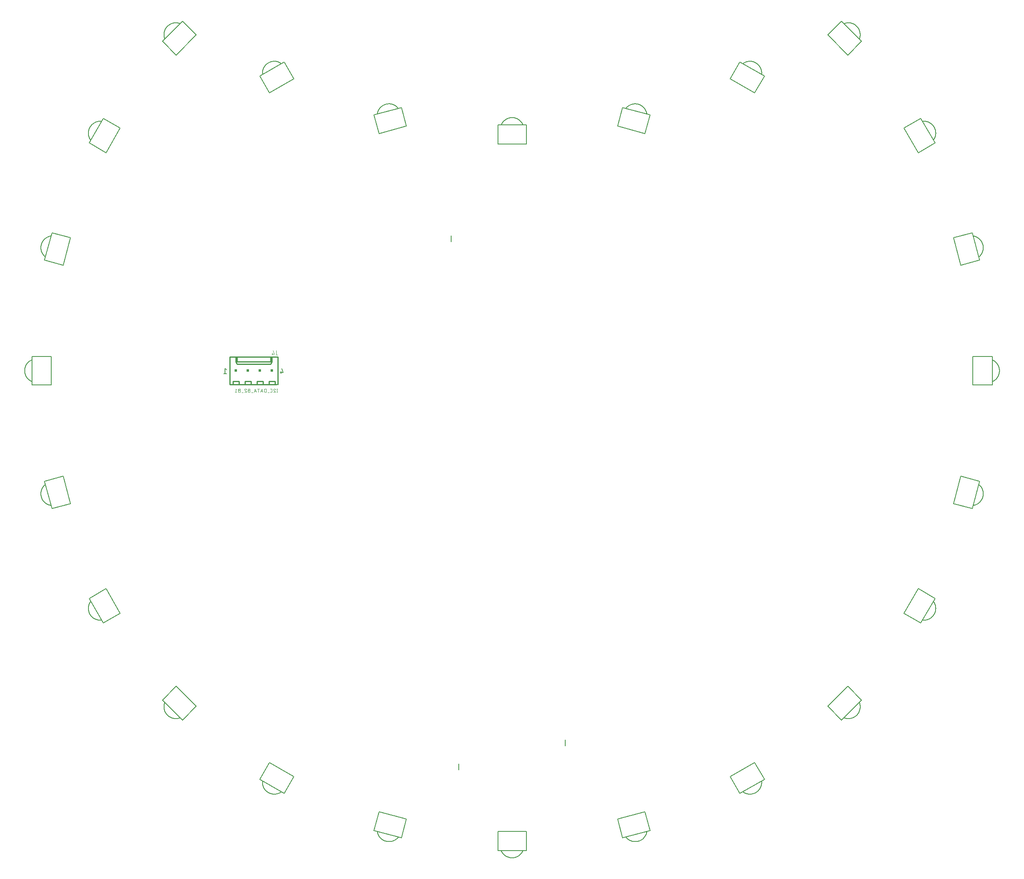
<source format=gbr>
G04 EAGLE Gerber RS-274X export*
G75*
%MOMM*%
%FSLAX34Y34*%
%LPD*%
%INSilkscreen Bottom*%
%IPPOS*%
%AMOC8*
5,1,8,0,0,1.08239X$1,22.5*%
G01*
%ADD10C,0.127000*%
%ADD11C,0.254000*%
%ADD12C,0.177800*%
%ADD13R,0.508000X0.508000*%
%ADD14C,0.101600*%
%ADD15C,0.076200*%
%ADD16C,0.203200*%


D10*
X-508000Y25400D02*
X-508000Y29210D01*
D11*
X-495300Y29210D02*
X-495300Y0D01*
X-495300Y29210D02*
X-508000Y29210D01*
D10*
X-510540Y29210D01*
D11*
X-508000Y29210D02*
X-520700Y29210D01*
X-596900Y29210D02*
X-596900Y0D01*
X-596900Y29210D02*
X-520700Y29210D01*
X-495300Y0D02*
X-495300Y-29210D01*
D10*
X-519430Y-29210D01*
D11*
X-596900Y-29210D02*
X-596900Y0D01*
X-596900Y-29210D02*
X-519430Y-29210D01*
X-501650Y-29210D02*
X-497840Y-29210D01*
X-501650Y-29210D02*
X-501650Y-22860D01*
X-514350Y-22860D01*
X-514350Y-29210D01*
X-527050Y-29210D02*
X-527050Y-22860D01*
X-539750Y-22860D01*
X-539750Y-29210D01*
X-501650Y-29210D01*
X-514350Y-29210D02*
X-527050Y-29210D01*
X-539750Y-29210D02*
X-552450Y-29210D01*
X-552450Y-22860D01*
X-565150Y-22860D01*
X-565150Y-29210D01*
X-577850Y-29210D01*
X-577850Y-22860D01*
X-590550Y-22860D01*
X-590550Y-29210D01*
X-596900Y-29210D01*
X-508000Y19050D02*
X-508000Y29210D01*
X-508000Y19050D02*
X-510540Y19050D01*
X-581660Y19050D01*
X-584200Y19050D01*
X-584200Y29210D01*
X-510540Y13970D02*
X-508000Y19050D01*
X-510540Y19050D02*
X-510540Y29210D01*
X-510540Y13970D02*
X-581660Y13970D01*
X-584200Y19050D01*
X-581660Y19050D02*
X-581660Y29210D01*
D12*
X-603870Y2003D02*
X-606904Y4430D01*
X-606904Y-6492D01*
X-603870Y-6492D02*
X-609938Y-6492D01*
X-486917Y4938D02*
X-484490Y-3557D01*
X-490558Y-3557D01*
X-488737Y-1130D02*
X-488737Y-5984D01*
D13*
X-508000Y0D03*
X-533400Y0D03*
X-558800Y0D03*
X-584200Y0D03*
D14*
X-499125Y35291D02*
X-499125Y42403D01*
X-499125Y35291D02*
X-499123Y35202D01*
X-499117Y35114D01*
X-499108Y35026D01*
X-499094Y34938D01*
X-499077Y34851D01*
X-499056Y34765D01*
X-499031Y34680D01*
X-499002Y34596D01*
X-498970Y34513D01*
X-498935Y34432D01*
X-498895Y34353D01*
X-498853Y34275D01*
X-498807Y34199D01*
X-498758Y34125D01*
X-498705Y34054D01*
X-498650Y33985D01*
X-498591Y33918D01*
X-498530Y33854D01*
X-498466Y33793D01*
X-498399Y33734D01*
X-498330Y33679D01*
X-498259Y33626D01*
X-498185Y33577D01*
X-498109Y33531D01*
X-498031Y33489D01*
X-497952Y33449D01*
X-497871Y33414D01*
X-497788Y33382D01*
X-497704Y33353D01*
X-497619Y33328D01*
X-497533Y33307D01*
X-497446Y33290D01*
X-497358Y33276D01*
X-497270Y33267D01*
X-497182Y33261D01*
X-497093Y33259D01*
X-496077Y33259D01*
X-503452Y35291D02*
X-505484Y42403D01*
X-503452Y35291D02*
X-508532Y35291D01*
X-507008Y37323D02*
X-507008Y33259D01*
D15*
X-496768Y-38242D02*
X-496768Y-45608D01*
X-495950Y-45608D02*
X-497587Y-45608D01*
X-497587Y-38242D02*
X-495950Y-38242D01*
X-502825Y-38242D02*
X-502910Y-38244D01*
X-502995Y-38250D01*
X-503079Y-38260D01*
X-503163Y-38273D01*
X-503247Y-38291D01*
X-503329Y-38312D01*
X-503410Y-38337D01*
X-503490Y-38366D01*
X-503569Y-38399D01*
X-503646Y-38435D01*
X-503721Y-38475D01*
X-503795Y-38518D01*
X-503866Y-38564D01*
X-503935Y-38614D01*
X-504002Y-38667D01*
X-504066Y-38723D01*
X-504127Y-38782D01*
X-504186Y-38843D01*
X-504242Y-38907D01*
X-504295Y-38974D01*
X-504345Y-39043D01*
X-504391Y-39114D01*
X-504434Y-39188D01*
X-504474Y-39263D01*
X-504510Y-39340D01*
X-504543Y-39419D01*
X-504572Y-39499D01*
X-504597Y-39580D01*
X-504618Y-39662D01*
X-504636Y-39746D01*
X-504649Y-39830D01*
X-504659Y-39914D01*
X-504665Y-39999D01*
X-504667Y-40084D01*
X-502825Y-38242D02*
X-502729Y-38244D01*
X-502633Y-38250D01*
X-502538Y-38260D01*
X-502443Y-38273D01*
X-502348Y-38291D01*
X-502255Y-38312D01*
X-502162Y-38337D01*
X-502071Y-38366D01*
X-501980Y-38398D01*
X-501891Y-38434D01*
X-501804Y-38474D01*
X-501718Y-38517D01*
X-501634Y-38563D01*
X-501552Y-38613D01*
X-501472Y-38667D01*
X-501395Y-38723D01*
X-501320Y-38783D01*
X-501247Y-38845D01*
X-501177Y-38911D01*
X-501109Y-38979D01*
X-501044Y-39050D01*
X-500983Y-39123D01*
X-500924Y-39199D01*
X-500868Y-39278D01*
X-500816Y-39358D01*
X-500767Y-39441D01*
X-500721Y-39525D01*
X-500679Y-39611D01*
X-500641Y-39699D01*
X-500606Y-39788D01*
X-500574Y-39879D01*
X-504053Y-41516D02*
X-504113Y-41457D01*
X-504170Y-41395D01*
X-504225Y-41331D01*
X-504276Y-41264D01*
X-504325Y-41195D01*
X-504371Y-41125D01*
X-504414Y-41052D01*
X-504454Y-40978D01*
X-504490Y-40902D01*
X-504523Y-40824D01*
X-504553Y-40745D01*
X-504580Y-40665D01*
X-504603Y-40584D01*
X-504622Y-40502D01*
X-504638Y-40420D01*
X-504651Y-40336D01*
X-504660Y-40252D01*
X-504665Y-40168D01*
X-504667Y-40084D01*
X-504053Y-41516D02*
X-500575Y-45608D01*
X-504667Y-45608D01*
X-509504Y-45608D02*
X-511140Y-45608D01*
X-509504Y-45608D02*
X-509426Y-45606D01*
X-509348Y-45601D01*
X-509271Y-45591D01*
X-509194Y-45578D01*
X-509118Y-45562D01*
X-509043Y-45542D01*
X-508969Y-45518D01*
X-508896Y-45491D01*
X-508824Y-45460D01*
X-508754Y-45426D01*
X-508686Y-45389D01*
X-508619Y-45348D01*
X-508554Y-45304D01*
X-508492Y-45258D01*
X-508432Y-45208D01*
X-508374Y-45156D01*
X-508319Y-45101D01*
X-508267Y-45043D01*
X-508217Y-44983D01*
X-508171Y-44921D01*
X-508127Y-44856D01*
X-508086Y-44789D01*
X-508049Y-44721D01*
X-508015Y-44651D01*
X-507984Y-44579D01*
X-507957Y-44506D01*
X-507933Y-44432D01*
X-507913Y-44357D01*
X-507897Y-44281D01*
X-507884Y-44204D01*
X-507874Y-44127D01*
X-507869Y-44049D01*
X-507867Y-43971D01*
X-507867Y-39879D01*
X-507869Y-39799D01*
X-507875Y-39719D01*
X-507885Y-39639D01*
X-507898Y-39560D01*
X-507916Y-39481D01*
X-507937Y-39404D01*
X-507963Y-39328D01*
X-507992Y-39253D01*
X-508024Y-39179D01*
X-508060Y-39107D01*
X-508100Y-39037D01*
X-508143Y-38970D01*
X-508189Y-38904D01*
X-508239Y-38841D01*
X-508291Y-38780D01*
X-508346Y-38721D01*
X-508405Y-38666D01*
X-508465Y-38614D01*
X-508529Y-38564D01*
X-508594Y-38518D01*
X-508662Y-38475D01*
X-508732Y-38435D01*
X-508804Y-38399D01*
X-508878Y-38367D01*
X-508952Y-38338D01*
X-509029Y-38313D01*
X-509106Y-38291D01*
X-509185Y-38273D01*
X-509264Y-38260D01*
X-509343Y-38250D01*
X-509424Y-38244D01*
X-509504Y-38242D01*
X-511140Y-38242D01*
X-513663Y-46426D02*
X-516937Y-46426D01*
X-520082Y-45608D02*
X-520082Y-38242D01*
X-522128Y-38242D01*
X-522217Y-38244D01*
X-522306Y-38250D01*
X-522395Y-38260D01*
X-522483Y-38273D01*
X-522571Y-38290D01*
X-522658Y-38312D01*
X-522743Y-38337D01*
X-522828Y-38365D01*
X-522911Y-38398D01*
X-522993Y-38434D01*
X-523073Y-38473D01*
X-523151Y-38516D01*
X-523227Y-38562D01*
X-523302Y-38612D01*
X-523374Y-38665D01*
X-523443Y-38721D01*
X-523510Y-38780D01*
X-523575Y-38841D01*
X-523636Y-38906D01*
X-523695Y-38973D01*
X-523751Y-39042D01*
X-523804Y-39114D01*
X-523854Y-39189D01*
X-523900Y-39265D01*
X-523943Y-39343D01*
X-523982Y-39423D01*
X-524018Y-39505D01*
X-524051Y-39588D01*
X-524079Y-39673D01*
X-524104Y-39758D01*
X-524126Y-39845D01*
X-524143Y-39933D01*
X-524156Y-40021D01*
X-524166Y-40110D01*
X-524172Y-40199D01*
X-524174Y-40288D01*
X-524174Y-43562D01*
X-524172Y-43651D01*
X-524166Y-43740D01*
X-524156Y-43829D01*
X-524143Y-43917D01*
X-524126Y-44005D01*
X-524104Y-44092D01*
X-524079Y-44177D01*
X-524051Y-44262D01*
X-524018Y-44345D01*
X-523982Y-44427D01*
X-523943Y-44507D01*
X-523900Y-44585D01*
X-523854Y-44661D01*
X-523804Y-44736D01*
X-523751Y-44808D01*
X-523695Y-44877D01*
X-523636Y-44944D01*
X-523575Y-45009D01*
X-523510Y-45070D01*
X-523443Y-45129D01*
X-523374Y-45185D01*
X-523302Y-45238D01*
X-523227Y-45288D01*
X-523151Y-45334D01*
X-523073Y-45377D01*
X-522993Y-45416D01*
X-522911Y-45452D01*
X-522828Y-45485D01*
X-522743Y-45513D01*
X-522658Y-45538D01*
X-522571Y-45560D01*
X-522483Y-45577D01*
X-522395Y-45590D01*
X-522306Y-45600D01*
X-522217Y-45606D01*
X-522128Y-45608D01*
X-520082Y-45608D01*
X-527231Y-45608D02*
X-529687Y-38242D01*
X-532142Y-45608D01*
X-531528Y-43767D02*
X-527845Y-43767D01*
X-536514Y-45608D02*
X-536514Y-38242D01*
X-534468Y-38242D02*
X-538560Y-38242D01*
X-543342Y-38242D02*
X-540886Y-45608D01*
X-545797Y-45608D02*
X-543342Y-38242D01*
X-545183Y-43767D02*
X-541500Y-43767D01*
X-548289Y-46426D02*
X-551562Y-46426D01*
X-554824Y-41516D02*
X-556871Y-41516D01*
X-556960Y-41518D01*
X-557049Y-41524D01*
X-557138Y-41534D01*
X-557226Y-41547D01*
X-557314Y-41564D01*
X-557401Y-41586D01*
X-557486Y-41611D01*
X-557571Y-41639D01*
X-557654Y-41672D01*
X-557736Y-41708D01*
X-557816Y-41747D01*
X-557894Y-41790D01*
X-557970Y-41836D01*
X-558045Y-41886D01*
X-558117Y-41939D01*
X-558186Y-41995D01*
X-558253Y-42054D01*
X-558318Y-42115D01*
X-558379Y-42180D01*
X-558438Y-42247D01*
X-558494Y-42316D01*
X-558547Y-42388D01*
X-558597Y-42463D01*
X-558643Y-42539D01*
X-558686Y-42617D01*
X-558725Y-42697D01*
X-558761Y-42779D01*
X-558794Y-42862D01*
X-558822Y-42947D01*
X-558847Y-43032D01*
X-558869Y-43119D01*
X-558886Y-43207D01*
X-558899Y-43295D01*
X-558909Y-43384D01*
X-558915Y-43473D01*
X-558917Y-43562D01*
X-558915Y-43651D01*
X-558909Y-43740D01*
X-558899Y-43829D01*
X-558886Y-43917D01*
X-558869Y-44005D01*
X-558847Y-44092D01*
X-558822Y-44177D01*
X-558794Y-44262D01*
X-558761Y-44345D01*
X-558725Y-44427D01*
X-558686Y-44507D01*
X-558643Y-44585D01*
X-558597Y-44661D01*
X-558547Y-44736D01*
X-558494Y-44808D01*
X-558438Y-44877D01*
X-558379Y-44944D01*
X-558318Y-45009D01*
X-558253Y-45070D01*
X-558186Y-45129D01*
X-558117Y-45185D01*
X-558045Y-45238D01*
X-557970Y-45288D01*
X-557894Y-45334D01*
X-557816Y-45377D01*
X-557736Y-45416D01*
X-557654Y-45452D01*
X-557571Y-45485D01*
X-557486Y-45513D01*
X-557401Y-45538D01*
X-557314Y-45560D01*
X-557226Y-45577D01*
X-557138Y-45590D01*
X-557049Y-45600D01*
X-556960Y-45606D01*
X-556871Y-45608D01*
X-554824Y-45608D01*
X-554824Y-38242D01*
X-556871Y-38242D01*
X-556950Y-38244D01*
X-557029Y-38250D01*
X-557108Y-38259D01*
X-557186Y-38272D01*
X-557263Y-38290D01*
X-557339Y-38310D01*
X-557414Y-38335D01*
X-557488Y-38363D01*
X-557561Y-38394D01*
X-557632Y-38430D01*
X-557701Y-38468D01*
X-557768Y-38510D01*
X-557833Y-38555D01*
X-557896Y-38603D01*
X-557957Y-38654D01*
X-558014Y-38708D01*
X-558070Y-38764D01*
X-558122Y-38823D01*
X-558172Y-38885D01*
X-558218Y-38949D01*
X-558262Y-39015D01*
X-558302Y-39083D01*
X-558338Y-39153D01*
X-558372Y-39225D01*
X-558402Y-39299D01*
X-558428Y-39373D01*
X-558451Y-39449D01*
X-558469Y-39526D01*
X-558485Y-39603D01*
X-558496Y-39682D01*
X-558504Y-39760D01*
X-558508Y-39839D01*
X-558508Y-39919D01*
X-558504Y-39998D01*
X-558496Y-40076D01*
X-558485Y-40155D01*
X-558469Y-40232D01*
X-558451Y-40309D01*
X-558428Y-40385D01*
X-558402Y-40459D01*
X-558372Y-40533D01*
X-558338Y-40605D01*
X-558302Y-40675D01*
X-558262Y-40743D01*
X-558218Y-40809D01*
X-558172Y-40873D01*
X-558122Y-40935D01*
X-558070Y-40994D01*
X-558014Y-41050D01*
X-557957Y-41104D01*
X-557896Y-41155D01*
X-557833Y-41203D01*
X-557768Y-41248D01*
X-557701Y-41290D01*
X-557632Y-41328D01*
X-557561Y-41364D01*
X-557488Y-41395D01*
X-557414Y-41423D01*
X-557339Y-41448D01*
X-557263Y-41468D01*
X-557186Y-41486D01*
X-557108Y-41499D01*
X-557029Y-41508D01*
X-556950Y-41514D01*
X-556871Y-41516D01*
X-564029Y-38242D02*
X-564114Y-38244D01*
X-564199Y-38250D01*
X-564283Y-38260D01*
X-564367Y-38273D01*
X-564451Y-38291D01*
X-564533Y-38312D01*
X-564614Y-38337D01*
X-564694Y-38366D01*
X-564773Y-38399D01*
X-564850Y-38435D01*
X-564925Y-38475D01*
X-564999Y-38518D01*
X-565070Y-38564D01*
X-565139Y-38614D01*
X-565206Y-38667D01*
X-565270Y-38723D01*
X-565331Y-38782D01*
X-565390Y-38843D01*
X-565446Y-38907D01*
X-565499Y-38974D01*
X-565549Y-39043D01*
X-565595Y-39114D01*
X-565638Y-39188D01*
X-565678Y-39263D01*
X-565714Y-39340D01*
X-565747Y-39419D01*
X-565776Y-39499D01*
X-565801Y-39580D01*
X-565822Y-39662D01*
X-565840Y-39746D01*
X-565853Y-39830D01*
X-565863Y-39914D01*
X-565869Y-39999D01*
X-565871Y-40084D01*
X-564029Y-38242D02*
X-563933Y-38244D01*
X-563837Y-38250D01*
X-563742Y-38260D01*
X-563647Y-38273D01*
X-563552Y-38291D01*
X-563459Y-38312D01*
X-563366Y-38337D01*
X-563275Y-38366D01*
X-563184Y-38398D01*
X-563095Y-38434D01*
X-563008Y-38474D01*
X-562922Y-38517D01*
X-562838Y-38563D01*
X-562756Y-38613D01*
X-562676Y-38667D01*
X-562599Y-38723D01*
X-562524Y-38783D01*
X-562451Y-38845D01*
X-562381Y-38911D01*
X-562313Y-38979D01*
X-562248Y-39050D01*
X-562187Y-39123D01*
X-562128Y-39199D01*
X-562072Y-39278D01*
X-562020Y-39358D01*
X-561971Y-39441D01*
X-561925Y-39525D01*
X-561883Y-39611D01*
X-561845Y-39699D01*
X-561810Y-39788D01*
X-561778Y-39879D01*
X-565256Y-41516D02*
X-565316Y-41457D01*
X-565373Y-41395D01*
X-565428Y-41331D01*
X-565479Y-41264D01*
X-565528Y-41195D01*
X-565574Y-41125D01*
X-565617Y-41052D01*
X-565657Y-40978D01*
X-565693Y-40902D01*
X-565726Y-40824D01*
X-565756Y-40745D01*
X-565783Y-40665D01*
X-565806Y-40584D01*
X-565825Y-40502D01*
X-565841Y-40420D01*
X-565854Y-40336D01*
X-565863Y-40252D01*
X-565868Y-40168D01*
X-565870Y-40084D01*
X-565257Y-41516D02*
X-561778Y-45608D01*
X-565870Y-45608D01*
X-568771Y-46426D02*
X-572045Y-46426D01*
X-575307Y-41516D02*
X-577353Y-41516D01*
X-577442Y-41518D01*
X-577531Y-41524D01*
X-577620Y-41534D01*
X-577708Y-41547D01*
X-577796Y-41564D01*
X-577883Y-41586D01*
X-577968Y-41611D01*
X-578053Y-41639D01*
X-578136Y-41672D01*
X-578218Y-41708D01*
X-578298Y-41747D01*
X-578376Y-41790D01*
X-578452Y-41836D01*
X-578527Y-41886D01*
X-578599Y-41939D01*
X-578668Y-41995D01*
X-578735Y-42054D01*
X-578800Y-42115D01*
X-578861Y-42180D01*
X-578920Y-42247D01*
X-578976Y-42316D01*
X-579029Y-42388D01*
X-579079Y-42463D01*
X-579125Y-42539D01*
X-579168Y-42617D01*
X-579207Y-42697D01*
X-579243Y-42779D01*
X-579276Y-42862D01*
X-579304Y-42947D01*
X-579329Y-43032D01*
X-579351Y-43119D01*
X-579368Y-43207D01*
X-579381Y-43295D01*
X-579391Y-43384D01*
X-579397Y-43473D01*
X-579399Y-43562D01*
X-579397Y-43651D01*
X-579391Y-43740D01*
X-579381Y-43829D01*
X-579368Y-43917D01*
X-579351Y-44005D01*
X-579329Y-44092D01*
X-579304Y-44177D01*
X-579276Y-44262D01*
X-579243Y-44345D01*
X-579207Y-44427D01*
X-579168Y-44507D01*
X-579125Y-44585D01*
X-579079Y-44661D01*
X-579029Y-44736D01*
X-578976Y-44808D01*
X-578920Y-44877D01*
X-578861Y-44944D01*
X-578800Y-45009D01*
X-578735Y-45070D01*
X-578668Y-45129D01*
X-578599Y-45185D01*
X-578527Y-45238D01*
X-578452Y-45288D01*
X-578376Y-45334D01*
X-578298Y-45377D01*
X-578218Y-45416D01*
X-578136Y-45452D01*
X-578053Y-45485D01*
X-577968Y-45513D01*
X-577883Y-45538D01*
X-577796Y-45560D01*
X-577708Y-45577D01*
X-577620Y-45590D01*
X-577531Y-45600D01*
X-577442Y-45606D01*
X-577353Y-45608D01*
X-575307Y-45608D01*
X-575307Y-38242D01*
X-577353Y-38242D01*
X-577432Y-38244D01*
X-577511Y-38250D01*
X-577590Y-38259D01*
X-577668Y-38272D01*
X-577745Y-38290D01*
X-577821Y-38310D01*
X-577896Y-38335D01*
X-577970Y-38363D01*
X-578043Y-38394D01*
X-578114Y-38430D01*
X-578183Y-38468D01*
X-578250Y-38510D01*
X-578315Y-38555D01*
X-578378Y-38603D01*
X-578439Y-38654D01*
X-578496Y-38708D01*
X-578552Y-38764D01*
X-578604Y-38823D01*
X-578654Y-38885D01*
X-578700Y-38949D01*
X-578744Y-39015D01*
X-578784Y-39083D01*
X-578820Y-39153D01*
X-578854Y-39225D01*
X-578884Y-39299D01*
X-578910Y-39373D01*
X-578933Y-39449D01*
X-578951Y-39526D01*
X-578967Y-39603D01*
X-578978Y-39682D01*
X-578986Y-39760D01*
X-578990Y-39839D01*
X-578990Y-39919D01*
X-578986Y-39998D01*
X-578978Y-40076D01*
X-578967Y-40155D01*
X-578951Y-40232D01*
X-578933Y-40309D01*
X-578910Y-40385D01*
X-578884Y-40459D01*
X-578854Y-40533D01*
X-578820Y-40605D01*
X-578784Y-40675D01*
X-578744Y-40743D01*
X-578700Y-40809D01*
X-578654Y-40873D01*
X-578604Y-40935D01*
X-578552Y-40994D01*
X-578496Y-41050D01*
X-578439Y-41104D01*
X-578378Y-41155D01*
X-578315Y-41203D01*
X-578250Y-41248D01*
X-578183Y-41290D01*
X-578114Y-41328D01*
X-578043Y-41364D01*
X-577970Y-41395D01*
X-577896Y-41423D01*
X-577821Y-41448D01*
X-577745Y-41468D01*
X-577668Y-41486D01*
X-577590Y-41499D01*
X-577511Y-41508D01*
X-577432Y-41514D01*
X-577353Y-41516D01*
X-582261Y-39879D02*
X-584307Y-38242D01*
X-584307Y-45608D01*
X-582261Y-45608D02*
X-586353Y-45608D01*
D10*
X-30000Y-974600D02*
X30000Y-974600D01*
X-30000Y-974600D02*
X-30000Y-1015600D01*
X30000Y-1015600D01*
X30000Y-974600D01*
X23000Y-1015600D02*
X22755Y-1016157D01*
X22497Y-1016708D01*
X22225Y-1017253D01*
X21941Y-1017791D01*
X21643Y-1018322D01*
X21332Y-1018846D01*
X21009Y-1019361D01*
X20674Y-1019869D01*
X20326Y-1020369D01*
X19966Y-1020859D01*
X19594Y-1021341D01*
X19210Y-1021814D01*
X18815Y-1022277D01*
X18409Y-1022731D01*
X17992Y-1023174D01*
X17565Y-1023607D01*
X17127Y-1024030D01*
X16678Y-1024442D01*
X16220Y-1024842D01*
X15752Y-1025232D01*
X15275Y-1025610D01*
X14789Y-1025976D01*
X14294Y-1026330D01*
X13791Y-1026672D01*
X13279Y-1027002D01*
X12760Y-1027319D01*
X12232Y-1027624D01*
X11698Y-1027915D01*
X11157Y-1028194D01*
X10609Y-1028459D01*
X10055Y-1028711D01*
X9495Y-1028949D01*
X8929Y-1029173D01*
X8358Y-1029384D01*
X7782Y-1029580D01*
X7201Y-1029763D01*
X6616Y-1029931D01*
X6027Y-1030085D01*
X5435Y-1030225D01*
X4839Y-1030350D01*
X4240Y-1030461D01*
X3639Y-1030557D01*
X3036Y-1030638D01*
X2431Y-1030704D01*
X1824Y-1030756D01*
X1217Y-1030793D01*
X609Y-1030816D01*
X0Y-1030823D01*
X-609Y-1030816D01*
X-1217Y-1030793D01*
X-1824Y-1030756D01*
X-2431Y-1030704D01*
X-3036Y-1030638D01*
X-3639Y-1030557D01*
X-4240Y-1030461D01*
X-4839Y-1030350D01*
X-5435Y-1030225D01*
X-6027Y-1030085D01*
X-6616Y-1029931D01*
X-7201Y-1029763D01*
X-7782Y-1029580D01*
X-8358Y-1029384D01*
X-8929Y-1029173D01*
X-9495Y-1028949D01*
X-10055Y-1028711D01*
X-10609Y-1028459D01*
X-11157Y-1028194D01*
X-11698Y-1027915D01*
X-12232Y-1027624D01*
X-12760Y-1027319D01*
X-13279Y-1027002D01*
X-13791Y-1026672D01*
X-14294Y-1026330D01*
X-14789Y-1025976D01*
X-15275Y-1025610D01*
X-15752Y-1025232D01*
X-16220Y-1024842D01*
X-16678Y-1024442D01*
X-17127Y-1024030D01*
X-17565Y-1023607D01*
X-17992Y-1023174D01*
X-18409Y-1022731D01*
X-18815Y-1022277D01*
X-19210Y-1021814D01*
X-19594Y-1021341D01*
X-19966Y-1020859D01*
X-20326Y-1020369D01*
X-20674Y-1019869D01*
X-21009Y-1019361D01*
X-21332Y-1018846D01*
X-21643Y-1018322D01*
X-21941Y-1017791D01*
X-22225Y-1017253D01*
X-22497Y-1016708D01*
X-22755Y-1016157D01*
X-23000Y-1015600D01*
X710360Y667933D02*
X667933Y710359D01*
X710360Y667933D02*
X739351Y696924D01*
X696924Y739351D01*
X667933Y710359D01*
X701874Y734401D02*
X702441Y734622D01*
X703014Y734829D01*
X703591Y735022D01*
X704172Y735201D01*
X704758Y735366D01*
X705348Y735517D01*
X705941Y735653D01*
X706538Y735775D01*
X707137Y735882D01*
X707739Y735974D01*
X708342Y736052D01*
X708948Y736115D01*
X709555Y736163D01*
X710162Y736197D01*
X710771Y736216D01*
X711379Y736220D01*
X711988Y736209D01*
X712596Y736183D01*
X713203Y736142D01*
X713810Y736087D01*
X714414Y736017D01*
X715017Y735932D01*
X715618Y735832D01*
X716215Y735718D01*
X716810Y735590D01*
X717402Y735447D01*
X717990Y735289D01*
X718574Y735118D01*
X719154Y734932D01*
X719728Y734732D01*
X720298Y734518D01*
X720863Y734290D01*
X721422Y734049D01*
X721974Y733794D01*
X722521Y733525D01*
X723060Y733244D01*
X723593Y732949D01*
X724118Y732642D01*
X724636Y732322D01*
X725146Y731989D01*
X725647Y731644D01*
X726140Y731287D01*
X726624Y730918D01*
X727099Y730537D01*
X727564Y730145D01*
X728020Y729741D01*
X728466Y729327D01*
X728902Y728902D01*
X729327Y728466D01*
X729741Y728020D01*
X730145Y727564D01*
X730537Y727099D01*
X730918Y726624D01*
X731287Y726140D01*
X731644Y725647D01*
X731989Y725146D01*
X732322Y724636D01*
X732642Y724118D01*
X732949Y723593D01*
X733244Y723060D01*
X733525Y722521D01*
X733794Y721974D01*
X734049Y721422D01*
X734290Y720863D01*
X734518Y720298D01*
X734732Y719728D01*
X734932Y719154D01*
X735118Y718574D01*
X735289Y717990D01*
X735447Y717402D01*
X735590Y716810D01*
X735718Y716215D01*
X735832Y715618D01*
X735932Y715017D01*
X736017Y714414D01*
X736087Y713810D01*
X736142Y713203D01*
X736183Y712596D01*
X736209Y711988D01*
X736220Y711379D01*
X736216Y710771D01*
X736197Y710162D01*
X736163Y709555D01*
X736115Y708948D01*
X736052Y708342D01*
X735974Y707739D01*
X735882Y707137D01*
X735775Y706538D01*
X735653Y705941D01*
X735517Y705348D01*
X735366Y704758D01*
X735201Y704172D01*
X735022Y703591D01*
X734829Y703014D01*
X734622Y702441D01*
X734401Y701874D01*
X513281Y587728D02*
X461319Y617728D01*
X513281Y587728D02*
X533781Y623235D01*
X481819Y653235D01*
X461319Y617728D01*
X487882Y649735D02*
X488373Y650095D01*
X488872Y650443D01*
X489379Y650779D01*
X489895Y651103D01*
X490418Y651414D01*
X490949Y651712D01*
X491487Y651997D01*
X492031Y652269D01*
X492582Y652528D01*
X493139Y652773D01*
X493702Y653004D01*
X494271Y653222D01*
X494845Y653425D01*
X495423Y653615D01*
X496006Y653791D01*
X496593Y653952D01*
X497183Y654099D01*
X497777Y654231D01*
X498375Y654349D01*
X498974Y654453D01*
X499577Y654541D01*
X500181Y654616D01*
X500787Y654675D01*
X501394Y654719D01*
X502002Y654749D01*
X502610Y654764D01*
X503219Y654764D01*
X503827Y654749D01*
X504435Y654720D01*
X505042Y654676D01*
X505648Y654617D01*
X506252Y654543D01*
X506855Y654454D01*
X507454Y654351D01*
X508052Y654233D01*
X508646Y654101D01*
X509237Y653954D01*
X509824Y653793D01*
X510406Y653618D01*
X510985Y653428D01*
X511559Y653225D01*
X512127Y653007D01*
X512690Y652776D01*
X513247Y652531D01*
X513799Y652273D01*
X514343Y652001D01*
X514881Y651716D01*
X515412Y651419D01*
X515935Y651108D01*
X516451Y650784D01*
X516959Y650448D01*
X517458Y650100D01*
X517949Y649740D01*
X518430Y649368D01*
X518903Y648984D01*
X519366Y648589D01*
X519819Y648183D01*
X520263Y647766D01*
X520696Y647338D01*
X521118Y646900D01*
X521530Y646452D01*
X521930Y645993D01*
X522320Y645525D01*
X522697Y645048D01*
X523063Y644562D01*
X523418Y644067D01*
X523759Y643563D01*
X524089Y643051D01*
X524406Y642532D01*
X524710Y642005D01*
X525002Y641470D01*
X525280Y640929D01*
X525545Y640381D01*
X525796Y639826D01*
X526034Y639266D01*
X526258Y638700D01*
X526469Y638129D01*
X526665Y637553D01*
X526847Y636972D01*
X527016Y636387D01*
X527169Y635798D01*
X527309Y635206D01*
X527434Y634610D01*
X527544Y634011D01*
X527640Y633410D01*
X527721Y632807D01*
X527787Y632202D01*
X527839Y631595D01*
X527876Y630988D01*
X527898Y630380D01*
X527905Y629771D01*
X527897Y629162D01*
X527875Y628554D01*
X527838Y627946D01*
X527786Y627340D01*
X527719Y626735D01*
X281223Y501827D02*
X223267Y517356D01*
X281223Y501827D02*
X291834Y541430D01*
X233879Y556959D01*
X223267Y517356D01*
X240641Y555147D02*
X241021Y555622D01*
X241413Y556088D01*
X241817Y556544D01*
X242231Y556990D01*
X242656Y557425D01*
X243091Y557851D01*
X243537Y558265D01*
X243993Y558669D01*
X244458Y559061D01*
X244933Y559442D01*
X245417Y559811D01*
X245909Y560169D01*
X246411Y560514D01*
X246920Y560847D01*
X247438Y561167D01*
X247963Y561475D01*
X248496Y561770D01*
X249035Y562051D01*
X249581Y562320D01*
X250134Y562575D01*
X250693Y562817D01*
X251257Y563045D01*
X251827Y563259D01*
X252402Y563459D01*
X252981Y563645D01*
X253565Y563817D01*
X254153Y563974D01*
X254745Y564118D01*
X255340Y564247D01*
X255938Y564361D01*
X256538Y564461D01*
X257141Y564546D01*
X257745Y564616D01*
X258352Y564672D01*
X258959Y564712D01*
X259567Y564738D01*
X260176Y564750D01*
X260784Y564746D01*
X261393Y564727D01*
X262000Y564694D01*
X262607Y564646D01*
X263213Y564583D01*
X263816Y564506D01*
X264418Y564413D01*
X265017Y564306D01*
X265614Y564185D01*
X266207Y564049D01*
X266797Y563899D01*
X267383Y563734D01*
X267965Y563555D01*
X268542Y563362D01*
X269114Y563155D01*
X269681Y562934D01*
X270243Y562699D01*
X270799Y562451D01*
X271348Y562189D01*
X271891Y561914D01*
X272428Y561626D01*
X272957Y561325D01*
X273478Y561011D01*
X273992Y560684D01*
X274497Y560345D01*
X274994Y559994D01*
X275483Y559631D01*
X275962Y559256D01*
X276432Y558869D01*
X276893Y558471D01*
X277344Y558062D01*
X277785Y557642D01*
X278215Y557212D01*
X278635Y556771D01*
X279043Y556320D01*
X279441Y555859D01*
X279828Y555389D01*
X280202Y554910D01*
X280565Y554421D01*
X280916Y553924D01*
X281255Y553418D01*
X281582Y552904D01*
X281895Y552383D01*
X282196Y551854D01*
X282484Y551317D01*
X282759Y550774D01*
X283021Y550225D01*
X283269Y549669D01*
X283503Y549107D01*
X283724Y548540D01*
X283931Y547967D01*
X284124Y547390D01*
X284302Y546808D01*
X284467Y546222D01*
X284617Y545632D01*
X284753Y545039D01*
X284874Y544442D01*
X284981Y543843D01*
X285073Y543241D01*
X30000Y479300D02*
X-30000Y479300D01*
X30000Y479300D02*
X30000Y520300D01*
X-30000Y520300D01*
X-30000Y479300D01*
X-23000Y520300D02*
X-22755Y520857D01*
X-22497Y521408D01*
X-22225Y521953D01*
X-21941Y522491D01*
X-21643Y523022D01*
X-21332Y523546D01*
X-21009Y524061D01*
X-20674Y524569D01*
X-20326Y525069D01*
X-19966Y525559D01*
X-19594Y526041D01*
X-19210Y526514D01*
X-18815Y526977D01*
X-18409Y527431D01*
X-17992Y527874D01*
X-17565Y528307D01*
X-17127Y528730D01*
X-16678Y529142D01*
X-16220Y529542D01*
X-15752Y529932D01*
X-15275Y530310D01*
X-14789Y530676D01*
X-14294Y531030D01*
X-13791Y531372D01*
X-13279Y531702D01*
X-12760Y532019D01*
X-12232Y532324D01*
X-11698Y532615D01*
X-11157Y532894D01*
X-10609Y533159D01*
X-10055Y533411D01*
X-9495Y533649D01*
X-8929Y533873D01*
X-8358Y534084D01*
X-7782Y534280D01*
X-7201Y534463D01*
X-6616Y534631D01*
X-6027Y534785D01*
X-5435Y534925D01*
X-4839Y535050D01*
X-4240Y535161D01*
X-3639Y535257D01*
X-3036Y535338D01*
X-2431Y535404D01*
X-1824Y535456D01*
X-1217Y535493D01*
X-609Y535516D01*
X0Y535523D01*
X609Y535516D01*
X1217Y535493D01*
X1824Y535456D01*
X2431Y535404D01*
X3036Y535338D01*
X3639Y535257D01*
X4240Y535161D01*
X4839Y535050D01*
X5435Y534925D01*
X6027Y534785D01*
X6616Y534631D01*
X7201Y534463D01*
X7782Y534280D01*
X8358Y534084D01*
X8929Y533873D01*
X9495Y533649D01*
X10055Y533411D01*
X10609Y533159D01*
X11157Y532894D01*
X11698Y532615D01*
X12232Y532324D01*
X12760Y532019D01*
X13279Y531702D01*
X13791Y531372D01*
X14294Y531030D01*
X14789Y530676D01*
X15275Y530310D01*
X15752Y529932D01*
X16220Y529542D01*
X16678Y529142D01*
X17127Y528730D01*
X17565Y528307D01*
X17992Y527874D01*
X18409Y527431D01*
X18815Y526977D01*
X19210Y526514D01*
X19594Y526041D01*
X19966Y525559D01*
X20326Y525069D01*
X20674Y524569D01*
X21009Y524061D01*
X21332Y523546D01*
X21643Y523022D01*
X21941Y522491D01*
X22225Y521953D01*
X22497Y521408D01*
X22755Y520857D01*
X23000Y520300D01*
X-223267Y517356D02*
X-281223Y501827D01*
X-223267Y517356D02*
X-233879Y556959D01*
X-291834Y541430D01*
X-281223Y501827D01*
X-285073Y543241D02*
X-284981Y543843D01*
X-284874Y544442D01*
X-284753Y545039D01*
X-284617Y545632D01*
X-284467Y546222D01*
X-284302Y546808D01*
X-284124Y547390D01*
X-283931Y547967D01*
X-283724Y548540D01*
X-283503Y549107D01*
X-283269Y549669D01*
X-283021Y550225D01*
X-282759Y550774D01*
X-282484Y551317D01*
X-282196Y551854D01*
X-281895Y552383D01*
X-281582Y552904D01*
X-281255Y553418D01*
X-280916Y553924D01*
X-280565Y554421D01*
X-280202Y554910D01*
X-279828Y555389D01*
X-279441Y555859D01*
X-279043Y556320D01*
X-278635Y556771D01*
X-278215Y557212D01*
X-277785Y557642D01*
X-277344Y558062D01*
X-276893Y558471D01*
X-276432Y558869D01*
X-275962Y559256D01*
X-275483Y559631D01*
X-274994Y559994D01*
X-274497Y560345D01*
X-273992Y560684D01*
X-273478Y561011D01*
X-272957Y561325D01*
X-272428Y561626D01*
X-271891Y561914D01*
X-271348Y562189D01*
X-270799Y562451D01*
X-270243Y562699D01*
X-269681Y562934D01*
X-269114Y563155D01*
X-268542Y563362D01*
X-267965Y563555D01*
X-267383Y563734D01*
X-266797Y563899D01*
X-266207Y564049D01*
X-265614Y564185D01*
X-265017Y564306D01*
X-264418Y564413D01*
X-263816Y564506D01*
X-263213Y564583D01*
X-262607Y564646D01*
X-262000Y564694D01*
X-261393Y564727D01*
X-260784Y564746D01*
X-260176Y564750D01*
X-259567Y564738D01*
X-258959Y564712D01*
X-258352Y564672D01*
X-257745Y564616D01*
X-257141Y564546D01*
X-256538Y564461D01*
X-255938Y564361D01*
X-255340Y564247D01*
X-254745Y564118D01*
X-254153Y563974D01*
X-253565Y563817D01*
X-252981Y563645D01*
X-252402Y563459D01*
X-251827Y563259D01*
X-251257Y563045D01*
X-250693Y562817D01*
X-250134Y562575D01*
X-249581Y562320D01*
X-249035Y562051D01*
X-248496Y561770D01*
X-247963Y561475D01*
X-247438Y561167D01*
X-246920Y560847D01*
X-246411Y560514D01*
X-245909Y560169D01*
X-245417Y559811D01*
X-244933Y559442D01*
X-244458Y559061D01*
X-243993Y558669D01*
X-243537Y558265D01*
X-243091Y557851D01*
X-242656Y557425D01*
X-242231Y556990D01*
X-241817Y556544D01*
X-241413Y556088D01*
X-241021Y555622D01*
X-240641Y555147D01*
X-461319Y617728D02*
X-513281Y587728D01*
X-461319Y617728D02*
X-481819Y653235D01*
X-533781Y623235D01*
X-513281Y587728D01*
X-527719Y626735D02*
X-527786Y627340D01*
X-527838Y627946D01*
X-527875Y628554D01*
X-527897Y629162D01*
X-527905Y629771D01*
X-527898Y630380D01*
X-527876Y630988D01*
X-527839Y631595D01*
X-527787Y632202D01*
X-527721Y632807D01*
X-527640Y633410D01*
X-527544Y634011D01*
X-527434Y634610D01*
X-527309Y635206D01*
X-527169Y635798D01*
X-527016Y636387D01*
X-526847Y636972D01*
X-526665Y637553D01*
X-526469Y638129D01*
X-526258Y638700D01*
X-526034Y639266D01*
X-525796Y639826D01*
X-525545Y640381D01*
X-525280Y640929D01*
X-525002Y641470D01*
X-524710Y642005D01*
X-524406Y642532D01*
X-524089Y643051D01*
X-523759Y643563D01*
X-523418Y644067D01*
X-523063Y644562D01*
X-522697Y645048D01*
X-522320Y645525D01*
X-521930Y645993D01*
X-521530Y646452D01*
X-521118Y646900D01*
X-520696Y647338D01*
X-520263Y647766D01*
X-519819Y648183D01*
X-519366Y648589D01*
X-518903Y648984D01*
X-518430Y649368D01*
X-517949Y649740D01*
X-517458Y650100D01*
X-516959Y650448D01*
X-516451Y650784D01*
X-515935Y651108D01*
X-515412Y651419D01*
X-514881Y651716D01*
X-514343Y652001D01*
X-513799Y652273D01*
X-513247Y652531D01*
X-512690Y652776D01*
X-512127Y653007D01*
X-511559Y653225D01*
X-510985Y653428D01*
X-510406Y653618D01*
X-509824Y653793D01*
X-509237Y653954D01*
X-508646Y654101D01*
X-508052Y654233D01*
X-507454Y654351D01*
X-506855Y654454D01*
X-506252Y654543D01*
X-505648Y654617D01*
X-505042Y654676D01*
X-504435Y654720D01*
X-503827Y654749D01*
X-503219Y654764D01*
X-502610Y654764D01*
X-502002Y654749D01*
X-501394Y654719D01*
X-500787Y654675D01*
X-500181Y654616D01*
X-499577Y654541D01*
X-498974Y654453D01*
X-498375Y654349D01*
X-497777Y654231D01*
X-497183Y654099D01*
X-496593Y653952D01*
X-496006Y653791D01*
X-495423Y653615D01*
X-494845Y653425D01*
X-494271Y653222D01*
X-493702Y653004D01*
X-493139Y652773D01*
X-492582Y652528D01*
X-492031Y652269D01*
X-491487Y651997D01*
X-490949Y651712D01*
X-490418Y651414D01*
X-489895Y651103D01*
X-489379Y650779D01*
X-488872Y650443D01*
X-488373Y650095D01*
X-487882Y649735D01*
X-667933Y710359D02*
X-710360Y667933D01*
X-667933Y710359D02*
X-696924Y739351D01*
X-739351Y696924D01*
X-710360Y667933D01*
X-734401Y701874D02*
X-734622Y702441D01*
X-734829Y703014D01*
X-735022Y703591D01*
X-735201Y704172D01*
X-735366Y704758D01*
X-735517Y705348D01*
X-735653Y705941D01*
X-735775Y706538D01*
X-735882Y707137D01*
X-735974Y707739D01*
X-736052Y708342D01*
X-736115Y708948D01*
X-736163Y709555D01*
X-736197Y710162D01*
X-736216Y710771D01*
X-736220Y711379D01*
X-736209Y711988D01*
X-736183Y712596D01*
X-736142Y713203D01*
X-736087Y713810D01*
X-736017Y714414D01*
X-735932Y715017D01*
X-735832Y715618D01*
X-735718Y716215D01*
X-735590Y716810D01*
X-735447Y717402D01*
X-735289Y717990D01*
X-735118Y718574D01*
X-734932Y719154D01*
X-734732Y719728D01*
X-734518Y720298D01*
X-734290Y720863D01*
X-734049Y721422D01*
X-733794Y721974D01*
X-733525Y722521D01*
X-733244Y723060D01*
X-732949Y723593D01*
X-732642Y724118D01*
X-732322Y724636D01*
X-731989Y725146D01*
X-731644Y725647D01*
X-731287Y726140D01*
X-730918Y726624D01*
X-730537Y727099D01*
X-730145Y727564D01*
X-729741Y728020D01*
X-729327Y728466D01*
X-728902Y728902D01*
X-728466Y729327D01*
X-728020Y729741D01*
X-727564Y730145D01*
X-727099Y730537D01*
X-726624Y730918D01*
X-726140Y731287D01*
X-725647Y731644D01*
X-725146Y731989D01*
X-724636Y732322D01*
X-724118Y732642D01*
X-723593Y732949D01*
X-723060Y733244D01*
X-722521Y733525D01*
X-721974Y733794D01*
X-721422Y734049D01*
X-720863Y734290D01*
X-720298Y734518D01*
X-719728Y734732D01*
X-719154Y734932D01*
X-718574Y735118D01*
X-717990Y735289D01*
X-717402Y735447D01*
X-716810Y735590D01*
X-716215Y735718D01*
X-715618Y735832D01*
X-715017Y735932D01*
X-714414Y736017D01*
X-713810Y736087D01*
X-713203Y736142D01*
X-712596Y736183D01*
X-711988Y736209D01*
X-711379Y736220D01*
X-710771Y736216D01*
X-710162Y736197D01*
X-709555Y736163D01*
X-708948Y736115D01*
X-708342Y736052D01*
X-707739Y735974D01*
X-707137Y735882D01*
X-706538Y735775D01*
X-705941Y735653D01*
X-705348Y735517D01*
X-704758Y735366D01*
X-704172Y735201D01*
X-703591Y735022D01*
X-703014Y734829D01*
X-702441Y734622D01*
X-701874Y734401D01*
X-829028Y513281D02*
X-859028Y461319D01*
X-829028Y513281D02*
X-864535Y533781D01*
X-894535Y481819D01*
X-859028Y461319D01*
X-891035Y487882D02*
X-891395Y488373D01*
X-891743Y488872D01*
X-892079Y489379D01*
X-892403Y489895D01*
X-892714Y490418D01*
X-893012Y490949D01*
X-893297Y491487D01*
X-893569Y492031D01*
X-893828Y492582D01*
X-894073Y493139D01*
X-894304Y493702D01*
X-894522Y494271D01*
X-894725Y494845D01*
X-894915Y495423D01*
X-895091Y496006D01*
X-895252Y496593D01*
X-895399Y497183D01*
X-895531Y497777D01*
X-895649Y498375D01*
X-895753Y498974D01*
X-895841Y499577D01*
X-895916Y500181D01*
X-895975Y500787D01*
X-896019Y501394D01*
X-896049Y502002D01*
X-896064Y502610D01*
X-896064Y503219D01*
X-896049Y503827D01*
X-896020Y504435D01*
X-895976Y505042D01*
X-895917Y505648D01*
X-895843Y506252D01*
X-895754Y506855D01*
X-895651Y507454D01*
X-895533Y508052D01*
X-895401Y508646D01*
X-895254Y509237D01*
X-895093Y509824D01*
X-894918Y510406D01*
X-894728Y510985D01*
X-894525Y511559D01*
X-894307Y512127D01*
X-894076Y512690D01*
X-893831Y513247D01*
X-893573Y513799D01*
X-893301Y514343D01*
X-893016Y514881D01*
X-892719Y515412D01*
X-892408Y515935D01*
X-892084Y516451D01*
X-891748Y516959D01*
X-891400Y517458D01*
X-891040Y517949D01*
X-890668Y518430D01*
X-890284Y518903D01*
X-889889Y519366D01*
X-889483Y519819D01*
X-889066Y520263D01*
X-888638Y520696D01*
X-888200Y521118D01*
X-887752Y521530D01*
X-887293Y521930D01*
X-886825Y522320D01*
X-886348Y522697D01*
X-885862Y523063D01*
X-885367Y523418D01*
X-884863Y523759D01*
X-884351Y524089D01*
X-883832Y524406D01*
X-883305Y524710D01*
X-882770Y525002D01*
X-882229Y525280D01*
X-881681Y525545D01*
X-881126Y525796D01*
X-880566Y526034D01*
X-880000Y526258D01*
X-879429Y526469D01*
X-878853Y526665D01*
X-878272Y526847D01*
X-877687Y527016D01*
X-877098Y527169D01*
X-876506Y527309D01*
X-875910Y527434D01*
X-875311Y527544D01*
X-874710Y527640D01*
X-874107Y527721D01*
X-873502Y527787D01*
X-872895Y527839D01*
X-872288Y527876D01*
X-871680Y527898D01*
X-871071Y527905D01*
X-870462Y527897D01*
X-869854Y527875D01*
X-869246Y527838D01*
X-868640Y527786D01*
X-868035Y527719D01*
X-933627Y281223D02*
X-949156Y223267D01*
X-933627Y281223D02*
X-973230Y291834D01*
X-988759Y233879D01*
X-949156Y223267D01*
X-986947Y240641D02*
X-987422Y241021D01*
X-987888Y241413D01*
X-988344Y241817D01*
X-988790Y242231D01*
X-989225Y242656D01*
X-989651Y243091D01*
X-990065Y243537D01*
X-990469Y243993D01*
X-990861Y244458D01*
X-991242Y244933D01*
X-991611Y245417D01*
X-991969Y245909D01*
X-992314Y246411D01*
X-992647Y246920D01*
X-992967Y247438D01*
X-993275Y247963D01*
X-993570Y248496D01*
X-993851Y249035D01*
X-994120Y249581D01*
X-994375Y250134D01*
X-994617Y250693D01*
X-994845Y251257D01*
X-995059Y251827D01*
X-995259Y252402D01*
X-995445Y252981D01*
X-995617Y253565D01*
X-995774Y254153D01*
X-995918Y254745D01*
X-996047Y255340D01*
X-996161Y255938D01*
X-996261Y256538D01*
X-996346Y257141D01*
X-996416Y257745D01*
X-996472Y258352D01*
X-996512Y258959D01*
X-996538Y259567D01*
X-996550Y260176D01*
X-996546Y260784D01*
X-996527Y261393D01*
X-996494Y262000D01*
X-996446Y262607D01*
X-996383Y263213D01*
X-996306Y263816D01*
X-996213Y264418D01*
X-996106Y265017D01*
X-995985Y265614D01*
X-995849Y266207D01*
X-995699Y266797D01*
X-995534Y267383D01*
X-995355Y267965D01*
X-995162Y268542D01*
X-994955Y269114D01*
X-994734Y269681D01*
X-994499Y270243D01*
X-994251Y270799D01*
X-993989Y271348D01*
X-993714Y271891D01*
X-993426Y272428D01*
X-993125Y272957D01*
X-992811Y273478D01*
X-992484Y273992D01*
X-992145Y274497D01*
X-991794Y274994D01*
X-991431Y275483D01*
X-991056Y275962D01*
X-990669Y276432D01*
X-990271Y276893D01*
X-989862Y277344D01*
X-989442Y277785D01*
X-989012Y278215D01*
X-988571Y278635D01*
X-988120Y279043D01*
X-987659Y279441D01*
X-987189Y279828D01*
X-986710Y280202D01*
X-986221Y280565D01*
X-985724Y280916D01*
X-985218Y281255D01*
X-984704Y281582D01*
X-984183Y281895D01*
X-983654Y282196D01*
X-983117Y282484D01*
X-982574Y282759D01*
X-982025Y283021D01*
X-981469Y283269D01*
X-980907Y283503D01*
X-980340Y283724D01*
X-979767Y283931D01*
X-979190Y284124D01*
X-978608Y284302D01*
X-978022Y284467D01*
X-977432Y284617D01*
X-976839Y284753D01*
X-976242Y284874D01*
X-975643Y284981D01*
X-975041Y285073D01*
X-974600Y30000D02*
X-974600Y-30000D01*
X-974600Y30000D02*
X-1015600Y30000D01*
X-1015600Y-30000D01*
X-974600Y-30000D01*
X-1015600Y-23000D02*
X-1016157Y-22755D01*
X-1016708Y-22497D01*
X-1017253Y-22225D01*
X-1017791Y-21941D01*
X-1018322Y-21643D01*
X-1018846Y-21332D01*
X-1019361Y-21009D01*
X-1019869Y-20674D01*
X-1020369Y-20326D01*
X-1020859Y-19966D01*
X-1021341Y-19594D01*
X-1021814Y-19210D01*
X-1022277Y-18815D01*
X-1022731Y-18409D01*
X-1023174Y-17992D01*
X-1023607Y-17565D01*
X-1024030Y-17127D01*
X-1024442Y-16678D01*
X-1024842Y-16220D01*
X-1025232Y-15752D01*
X-1025610Y-15275D01*
X-1025976Y-14789D01*
X-1026330Y-14294D01*
X-1026672Y-13791D01*
X-1027002Y-13279D01*
X-1027319Y-12760D01*
X-1027624Y-12232D01*
X-1027915Y-11698D01*
X-1028194Y-11157D01*
X-1028459Y-10609D01*
X-1028711Y-10055D01*
X-1028949Y-9495D01*
X-1029173Y-8929D01*
X-1029384Y-8358D01*
X-1029580Y-7782D01*
X-1029763Y-7201D01*
X-1029931Y-6616D01*
X-1030085Y-6027D01*
X-1030225Y-5435D01*
X-1030350Y-4839D01*
X-1030461Y-4240D01*
X-1030557Y-3639D01*
X-1030638Y-3036D01*
X-1030704Y-2431D01*
X-1030756Y-1824D01*
X-1030793Y-1217D01*
X-1030816Y-609D01*
X-1030823Y0D01*
X-1030816Y609D01*
X-1030793Y1217D01*
X-1030756Y1824D01*
X-1030704Y2431D01*
X-1030638Y3036D01*
X-1030557Y3639D01*
X-1030461Y4240D01*
X-1030350Y4839D01*
X-1030225Y5435D01*
X-1030085Y6027D01*
X-1029931Y6616D01*
X-1029763Y7201D01*
X-1029580Y7782D01*
X-1029384Y8358D01*
X-1029173Y8929D01*
X-1028949Y9495D01*
X-1028711Y10055D01*
X-1028459Y10609D01*
X-1028194Y11157D01*
X-1027915Y11698D01*
X-1027624Y12232D01*
X-1027319Y12760D01*
X-1027002Y13279D01*
X-1026672Y13791D01*
X-1026330Y14294D01*
X-1025976Y14789D01*
X-1025610Y15275D01*
X-1025232Y15752D01*
X-1024842Y16220D01*
X-1024442Y16678D01*
X-1024030Y17127D01*
X-1023607Y17565D01*
X-1023174Y17992D01*
X-1022731Y18409D01*
X-1022277Y18815D01*
X-1021814Y19210D01*
X-1021341Y19594D01*
X-1020859Y19966D01*
X-1020369Y20326D01*
X-1019869Y20674D01*
X-1019361Y21009D01*
X-1018846Y21332D01*
X-1018322Y21643D01*
X-1017791Y21941D01*
X-1017253Y22225D01*
X-1016708Y22497D01*
X-1016157Y22755D01*
X-1015600Y23000D01*
X223267Y-949156D02*
X281223Y-933627D01*
X223267Y-949156D02*
X233879Y-988759D01*
X291834Y-973230D01*
X281223Y-933627D01*
X285073Y-975041D02*
X284981Y-975643D01*
X284874Y-976242D01*
X284753Y-976839D01*
X284617Y-977432D01*
X284467Y-978022D01*
X284302Y-978608D01*
X284124Y-979190D01*
X283931Y-979767D01*
X283724Y-980340D01*
X283503Y-980907D01*
X283269Y-981469D01*
X283021Y-982025D01*
X282759Y-982574D01*
X282484Y-983117D01*
X282196Y-983654D01*
X281895Y-984183D01*
X281582Y-984704D01*
X281255Y-985218D01*
X280916Y-985724D01*
X280565Y-986221D01*
X280202Y-986710D01*
X279828Y-987189D01*
X279441Y-987659D01*
X279043Y-988120D01*
X278635Y-988571D01*
X278215Y-989012D01*
X277785Y-989442D01*
X277344Y-989862D01*
X276893Y-990271D01*
X276432Y-990669D01*
X275962Y-991056D01*
X275483Y-991431D01*
X274994Y-991794D01*
X274497Y-992145D01*
X273992Y-992484D01*
X273478Y-992811D01*
X272957Y-993125D01*
X272428Y-993426D01*
X271891Y-993714D01*
X271348Y-993989D01*
X270799Y-994251D01*
X270243Y-994499D01*
X269681Y-994734D01*
X269114Y-994955D01*
X268542Y-995162D01*
X267965Y-995355D01*
X267383Y-995534D01*
X266797Y-995699D01*
X266207Y-995849D01*
X265614Y-995985D01*
X265017Y-996106D01*
X264418Y-996213D01*
X263816Y-996306D01*
X263213Y-996383D01*
X262607Y-996446D01*
X262000Y-996494D01*
X261393Y-996527D01*
X260784Y-996546D01*
X260176Y-996550D01*
X259567Y-996538D01*
X258959Y-996512D01*
X258352Y-996472D01*
X257745Y-996416D01*
X257141Y-996346D01*
X256538Y-996261D01*
X255938Y-996161D01*
X255340Y-996047D01*
X254745Y-995918D01*
X254153Y-995774D01*
X253565Y-995617D01*
X252981Y-995445D01*
X252402Y-995259D01*
X251827Y-995059D01*
X251257Y-994845D01*
X250693Y-994617D01*
X250134Y-994375D01*
X249581Y-994120D01*
X249035Y-993851D01*
X248496Y-993570D01*
X247963Y-993275D01*
X247438Y-992967D01*
X246920Y-992647D01*
X246411Y-992314D01*
X245909Y-991969D01*
X245417Y-991611D01*
X244933Y-991242D01*
X244458Y-990861D01*
X243993Y-990469D01*
X243537Y-990065D01*
X243091Y-989651D01*
X242656Y-989225D01*
X242231Y-988790D01*
X241817Y-988344D01*
X241413Y-987888D01*
X241021Y-987422D01*
X240641Y-986947D01*
X-933627Y-281223D02*
X-949156Y-223267D01*
X-988759Y-233879D01*
X-973230Y-291834D01*
X-933627Y-281223D01*
X-975041Y-285073D02*
X-975643Y-284981D01*
X-976242Y-284874D01*
X-976839Y-284753D01*
X-977432Y-284617D01*
X-978022Y-284467D01*
X-978608Y-284302D01*
X-979190Y-284124D01*
X-979767Y-283931D01*
X-980340Y-283724D01*
X-980907Y-283503D01*
X-981469Y-283269D01*
X-982025Y-283021D01*
X-982574Y-282759D01*
X-983117Y-282484D01*
X-983654Y-282196D01*
X-984183Y-281895D01*
X-984704Y-281582D01*
X-985218Y-281255D01*
X-985724Y-280916D01*
X-986221Y-280565D01*
X-986710Y-280202D01*
X-987189Y-279828D01*
X-987659Y-279441D01*
X-988120Y-279043D01*
X-988571Y-278635D01*
X-989012Y-278215D01*
X-989442Y-277785D01*
X-989862Y-277344D01*
X-990271Y-276893D01*
X-990669Y-276432D01*
X-991056Y-275962D01*
X-991431Y-275483D01*
X-991794Y-274994D01*
X-992145Y-274497D01*
X-992484Y-273992D01*
X-992811Y-273478D01*
X-993125Y-272957D01*
X-993426Y-272428D01*
X-993714Y-271891D01*
X-993989Y-271348D01*
X-994251Y-270799D01*
X-994499Y-270243D01*
X-994734Y-269681D01*
X-994955Y-269114D01*
X-995162Y-268542D01*
X-995355Y-267965D01*
X-995534Y-267383D01*
X-995699Y-266797D01*
X-995849Y-266207D01*
X-995985Y-265614D01*
X-996106Y-265017D01*
X-996213Y-264418D01*
X-996306Y-263816D01*
X-996383Y-263213D01*
X-996446Y-262607D01*
X-996494Y-262000D01*
X-996527Y-261393D01*
X-996546Y-260784D01*
X-996550Y-260176D01*
X-996538Y-259567D01*
X-996512Y-258959D01*
X-996472Y-258352D01*
X-996416Y-257745D01*
X-996346Y-257141D01*
X-996261Y-256538D01*
X-996161Y-255938D01*
X-996047Y-255340D01*
X-995918Y-254745D01*
X-995774Y-254153D01*
X-995617Y-253565D01*
X-995445Y-252981D01*
X-995259Y-252402D01*
X-995059Y-251827D01*
X-994845Y-251257D01*
X-994617Y-250693D01*
X-994375Y-250134D01*
X-994120Y-249581D01*
X-993851Y-249035D01*
X-993570Y-248496D01*
X-993275Y-247963D01*
X-992967Y-247438D01*
X-992647Y-246920D01*
X-992314Y-246411D01*
X-991969Y-245909D01*
X-991611Y-245417D01*
X-991242Y-244933D01*
X-990861Y-244458D01*
X-990469Y-243993D01*
X-990065Y-243537D01*
X-989651Y-243091D01*
X-989225Y-242656D01*
X-988790Y-242231D01*
X-988344Y-241817D01*
X-987888Y-241413D01*
X-987422Y-241021D01*
X-986947Y-240641D01*
X-859028Y-461319D02*
X-829028Y-513281D01*
X-859028Y-461319D02*
X-894535Y-481819D01*
X-864535Y-533781D01*
X-829028Y-513281D01*
X-868035Y-527719D02*
X-868640Y-527786D01*
X-869246Y-527838D01*
X-869854Y-527875D01*
X-870462Y-527897D01*
X-871071Y-527905D01*
X-871680Y-527898D01*
X-872288Y-527876D01*
X-872895Y-527839D01*
X-873502Y-527787D01*
X-874107Y-527721D01*
X-874710Y-527640D01*
X-875311Y-527544D01*
X-875910Y-527434D01*
X-876506Y-527309D01*
X-877098Y-527169D01*
X-877687Y-527016D01*
X-878272Y-526847D01*
X-878853Y-526665D01*
X-879429Y-526469D01*
X-880000Y-526258D01*
X-880566Y-526034D01*
X-881126Y-525796D01*
X-881681Y-525545D01*
X-882229Y-525280D01*
X-882770Y-525002D01*
X-883305Y-524710D01*
X-883832Y-524406D01*
X-884351Y-524089D01*
X-884863Y-523759D01*
X-885367Y-523418D01*
X-885862Y-523063D01*
X-886348Y-522697D01*
X-886825Y-522320D01*
X-887293Y-521930D01*
X-887752Y-521530D01*
X-888200Y-521118D01*
X-888638Y-520696D01*
X-889066Y-520263D01*
X-889483Y-519819D01*
X-889889Y-519366D01*
X-890284Y-518903D01*
X-890668Y-518430D01*
X-891040Y-517949D01*
X-891400Y-517458D01*
X-891748Y-516959D01*
X-892084Y-516451D01*
X-892408Y-515935D01*
X-892719Y-515412D01*
X-893016Y-514881D01*
X-893301Y-514343D01*
X-893573Y-513799D01*
X-893831Y-513247D01*
X-894076Y-512690D01*
X-894307Y-512127D01*
X-894525Y-511559D01*
X-894728Y-510985D01*
X-894918Y-510406D01*
X-895093Y-509824D01*
X-895254Y-509237D01*
X-895401Y-508646D01*
X-895533Y-508052D01*
X-895651Y-507454D01*
X-895754Y-506855D01*
X-895843Y-506252D01*
X-895917Y-505648D01*
X-895976Y-505042D01*
X-896020Y-504435D01*
X-896049Y-503827D01*
X-896064Y-503219D01*
X-896064Y-502610D01*
X-896049Y-502002D01*
X-896019Y-501394D01*
X-895975Y-500787D01*
X-895916Y-500181D01*
X-895841Y-499577D01*
X-895753Y-498974D01*
X-895649Y-498375D01*
X-895531Y-497777D01*
X-895399Y-497183D01*
X-895252Y-496593D01*
X-895091Y-496006D01*
X-894915Y-495423D01*
X-894725Y-494845D01*
X-894522Y-494271D01*
X-894304Y-493702D01*
X-894073Y-493139D01*
X-893828Y-492582D01*
X-893569Y-492031D01*
X-893297Y-491487D01*
X-893012Y-490949D01*
X-892714Y-490418D01*
X-892403Y-489895D01*
X-892079Y-489379D01*
X-891743Y-488872D01*
X-891395Y-488373D01*
X-891035Y-487882D01*
X-710360Y-667933D02*
X-667933Y-710359D01*
X-710360Y-667933D02*
X-739351Y-696924D01*
X-696924Y-739351D01*
X-667933Y-710359D01*
X-701874Y-734401D02*
X-702441Y-734622D01*
X-703014Y-734829D01*
X-703591Y-735022D01*
X-704172Y-735201D01*
X-704758Y-735366D01*
X-705348Y-735517D01*
X-705941Y-735653D01*
X-706538Y-735775D01*
X-707137Y-735882D01*
X-707739Y-735974D01*
X-708342Y-736052D01*
X-708948Y-736115D01*
X-709555Y-736163D01*
X-710162Y-736197D01*
X-710771Y-736216D01*
X-711379Y-736220D01*
X-711988Y-736209D01*
X-712596Y-736183D01*
X-713203Y-736142D01*
X-713810Y-736087D01*
X-714414Y-736017D01*
X-715017Y-735932D01*
X-715618Y-735832D01*
X-716215Y-735718D01*
X-716810Y-735590D01*
X-717402Y-735447D01*
X-717990Y-735289D01*
X-718574Y-735118D01*
X-719154Y-734932D01*
X-719728Y-734732D01*
X-720298Y-734518D01*
X-720863Y-734290D01*
X-721422Y-734049D01*
X-721974Y-733794D01*
X-722521Y-733525D01*
X-723060Y-733244D01*
X-723593Y-732949D01*
X-724118Y-732642D01*
X-724636Y-732322D01*
X-725146Y-731989D01*
X-725647Y-731644D01*
X-726140Y-731287D01*
X-726624Y-730918D01*
X-727099Y-730537D01*
X-727564Y-730145D01*
X-728020Y-729741D01*
X-728466Y-729327D01*
X-728902Y-728902D01*
X-729327Y-728466D01*
X-729741Y-728020D01*
X-730145Y-727564D01*
X-730537Y-727099D01*
X-730918Y-726624D01*
X-731287Y-726140D01*
X-731644Y-725647D01*
X-731989Y-725146D01*
X-732322Y-724636D01*
X-732642Y-724118D01*
X-732949Y-723593D01*
X-733244Y-723060D01*
X-733525Y-722521D01*
X-733794Y-721974D01*
X-734049Y-721422D01*
X-734290Y-720863D01*
X-734518Y-720298D01*
X-734732Y-719728D01*
X-734932Y-719154D01*
X-735118Y-718574D01*
X-735289Y-717990D01*
X-735447Y-717402D01*
X-735590Y-716810D01*
X-735718Y-716215D01*
X-735832Y-715618D01*
X-735932Y-715017D01*
X-736017Y-714414D01*
X-736087Y-713810D01*
X-736142Y-713203D01*
X-736183Y-712596D01*
X-736209Y-711988D01*
X-736220Y-711379D01*
X-736216Y-710771D01*
X-736197Y-710162D01*
X-736163Y-709555D01*
X-736115Y-708948D01*
X-736052Y-708342D01*
X-735974Y-707739D01*
X-735882Y-707137D01*
X-735775Y-706538D01*
X-735653Y-705941D01*
X-735517Y-705348D01*
X-735366Y-704758D01*
X-735201Y-704172D01*
X-735022Y-703591D01*
X-734829Y-703014D01*
X-734622Y-702441D01*
X-734401Y-701874D01*
X-513281Y-829028D02*
X-461319Y-859028D01*
X-513281Y-829028D02*
X-533781Y-864535D01*
X-481819Y-894535D01*
X-461319Y-859028D01*
X-487882Y-891035D02*
X-488373Y-891395D01*
X-488872Y-891743D01*
X-489379Y-892079D01*
X-489895Y-892403D01*
X-490418Y-892714D01*
X-490949Y-893012D01*
X-491487Y-893297D01*
X-492031Y-893569D01*
X-492582Y-893828D01*
X-493139Y-894073D01*
X-493702Y-894304D01*
X-494271Y-894522D01*
X-494845Y-894725D01*
X-495423Y-894915D01*
X-496006Y-895091D01*
X-496593Y-895252D01*
X-497183Y-895399D01*
X-497777Y-895531D01*
X-498375Y-895649D01*
X-498974Y-895753D01*
X-499577Y-895841D01*
X-500181Y-895916D01*
X-500787Y-895975D01*
X-501394Y-896019D01*
X-502002Y-896049D01*
X-502610Y-896064D01*
X-503219Y-896064D01*
X-503827Y-896049D01*
X-504435Y-896020D01*
X-505042Y-895976D01*
X-505648Y-895917D01*
X-506252Y-895843D01*
X-506855Y-895754D01*
X-507454Y-895651D01*
X-508052Y-895533D01*
X-508646Y-895401D01*
X-509237Y-895254D01*
X-509824Y-895093D01*
X-510406Y-894918D01*
X-510985Y-894728D01*
X-511559Y-894525D01*
X-512127Y-894307D01*
X-512690Y-894076D01*
X-513247Y-893831D01*
X-513799Y-893573D01*
X-514343Y-893301D01*
X-514881Y-893016D01*
X-515412Y-892719D01*
X-515935Y-892408D01*
X-516451Y-892084D01*
X-516959Y-891748D01*
X-517458Y-891400D01*
X-517949Y-891040D01*
X-518430Y-890668D01*
X-518903Y-890284D01*
X-519366Y-889889D01*
X-519819Y-889483D01*
X-520263Y-889066D01*
X-520696Y-888638D01*
X-521118Y-888200D01*
X-521530Y-887752D01*
X-521930Y-887293D01*
X-522320Y-886825D01*
X-522697Y-886348D01*
X-523063Y-885862D01*
X-523418Y-885367D01*
X-523759Y-884863D01*
X-524089Y-884351D01*
X-524406Y-883832D01*
X-524710Y-883305D01*
X-525002Y-882770D01*
X-525280Y-882229D01*
X-525545Y-881681D01*
X-525796Y-881126D01*
X-526034Y-880566D01*
X-526258Y-880000D01*
X-526469Y-879429D01*
X-526665Y-878853D01*
X-526847Y-878272D01*
X-527016Y-877687D01*
X-527169Y-877098D01*
X-527309Y-876506D01*
X-527434Y-875910D01*
X-527544Y-875311D01*
X-527640Y-874710D01*
X-527721Y-874107D01*
X-527787Y-873502D01*
X-527839Y-872895D01*
X-527876Y-872288D01*
X-527898Y-871680D01*
X-527905Y-871071D01*
X-527897Y-870462D01*
X-527875Y-869854D01*
X-527838Y-869246D01*
X-527786Y-868640D01*
X-527719Y-868035D01*
X-281223Y-933627D02*
X-223267Y-949156D01*
X-281223Y-933627D02*
X-291834Y-973230D01*
X-233879Y-988759D01*
X-223267Y-949156D01*
X-240641Y-986947D02*
X-241021Y-987422D01*
X-241413Y-987888D01*
X-241817Y-988344D01*
X-242231Y-988790D01*
X-242656Y-989225D01*
X-243091Y-989651D01*
X-243537Y-990065D01*
X-243993Y-990469D01*
X-244458Y-990861D01*
X-244933Y-991242D01*
X-245417Y-991611D01*
X-245909Y-991969D01*
X-246411Y-992314D01*
X-246920Y-992647D01*
X-247438Y-992967D01*
X-247963Y-993275D01*
X-248496Y-993570D01*
X-249035Y-993851D01*
X-249581Y-994120D01*
X-250134Y-994375D01*
X-250693Y-994617D01*
X-251257Y-994845D01*
X-251827Y-995059D01*
X-252402Y-995259D01*
X-252981Y-995445D01*
X-253565Y-995617D01*
X-254153Y-995774D01*
X-254745Y-995918D01*
X-255340Y-996047D01*
X-255938Y-996161D01*
X-256538Y-996261D01*
X-257141Y-996346D01*
X-257745Y-996416D01*
X-258352Y-996472D01*
X-258959Y-996512D01*
X-259567Y-996538D01*
X-260176Y-996550D01*
X-260784Y-996546D01*
X-261393Y-996527D01*
X-262000Y-996494D01*
X-262607Y-996446D01*
X-263213Y-996383D01*
X-263816Y-996306D01*
X-264418Y-996213D01*
X-265017Y-996106D01*
X-265614Y-995985D01*
X-266207Y-995849D01*
X-266797Y-995699D01*
X-267383Y-995534D01*
X-267965Y-995355D01*
X-268542Y-995162D01*
X-269114Y-994955D01*
X-269681Y-994734D01*
X-270243Y-994499D01*
X-270799Y-994251D01*
X-271348Y-993989D01*
X-271891Y-993714D01*
X-272428Y-993426D01*
X-272957Y-993125D01*
X-273478Y-992811D01*
X-273992Y-992484D01*
X-274497Y-992145D01*
X-274994Y-991794D01*
X-275483Y-991431D01*
X-275962Y-991056D01*
X-276432Y-990669D01*
X-276893Y-990271D01*
X-277344Y-989862D01*
X-277785Y-989442D01*
X-278215Y-989012D01*
X-278635Y-988571D01*
X-279043Y-988120D01*
X-279441Y-987659D01*
X-279828Y-987189D01*
X-280202Y-986710D01*
X-280565Y-986221D01*
X-280916Y-985724D01*
X-281255Y-985218D01*
X-281582Y-984704D01*
X-281895Y-984183D01*
X-282196Y-983654D01*
X-282484Y-983117D01*
X-282759Y-982574D01*
X-283021Y-982025D01*
X-283269Y-981469D01*
X-283503Y-980907D01*
X-283724Y-980340D01*
X-283931Y-979767D01*
X-284124Y-979190D01*
X-284302Y-978608D01*
X-284467Y-978022D01*
X-284617Y-977432D01*
X-284753Y-976839D01*
X-284874Y-976242D01*
X-284981Y-975643D01*
X-285073Y-975041D01*
X461319Y-859028D02*
X513281Y-829028D01*
X461319Y-859028D02*
X481819Y-894535D01*
X533781Y-864535D01*
X513281Y-829028D01*
X527719Y-868035D02*
X527786Y-868640D01*
X527838Y-869246D01*
X527875Y-869854D01*
X527897Y-870462D01*
X527905Y-871071D01*
X527898Y-871680D01*
X527876Y-872288D01*
X527839Y-872895D01*
X527787Y-873502D01*
X527721Y-874107D01*
X527640Y-874710D01*
X527544Y-875311D01*
X527434Y-875910D01*
X527309Y-876506D01*
X527169Y-877098D01*
X527016Y-877687D01*
X526847Y-878272D01*
X526665Y-878853D01*
X526469Y-879429D01*
X526258Y-880000D01*
X526034Y-880566D01*
X525796Y-881126D01*
X525545Y-881681D01*
X525280Y-882229D01*
X525002Y-882770D01*
X524710Y-883305D01*
X524406Y-883832D01*
X524089Y-884351D01*
X523759Y-884863D01*
X523418Y-885367D01*
X523063Y-885862D01*
X522697Y-886348D01*
X522320Y-886825D01*
X521930Y-887293D01*
X521530Y-887752D01*
X521118Y-888200D01*
X520696Y-888638D01*
X520263Y-889066D01*
X519819Y-889483D01*
X519366Y-889889D01*
X518903Y-890284D01*
X518430Y-890668D01*
X517949Y-891040D01*
X517458Y-891400D01*
X516959Y-891748D01*
X516451Y-892084D01*
X515935Y-892408D01*
X515412Y-892719D01*
X514881Y-893016D01*
X514343Y-893301D01*
X513799Y-893573D01*
X513247Y-893831D01*
X512690Y-894076D01*
X512127Y-894307D01*
X511559Y-894525D01*
X510985Y-894728D01*
X510406Y-894918D01*
X509824Y-895093D01*
X509237Y-895254D01*
X508646Y-895401D01*
X508052Y-895533D01*
X507454Y-895651D01*
X506855Y-895754D01*
X506252Y-895843D01*
X505648Y-895917D01*
X505042Y-895976D01*
X504435Y-896020D01*
X503827Y-896049D01*
X503219Y-896064D01*
X502610Y-896064D01*
X502002Y-896049D01*
X501394Y-896019D01*
X500787Y-895975D01*
X500181Y-895916D01*
X499577Y-895841D01*
X498974Y-895753D01*
X498375Y-895649D01*
X497777Y-895531D01*
X497183Y-895399D01*
X496593Y-895252D01*
X496006Y-895091D01*
X495423Y-894915D01*
X494845Y-894725D01*
X494271Y-894522D01*
X493702Y-894304D01*
X493139Y-894073D01*
X492582Y-893828D01*
X492031Y-893569D01*
X491487Y-893297D01*
X490949Y-893012D01*
X490418Y-892714D01*
X489895Y-892403D01*
X489379Y-892079D01*
X488872Y-891743D01*
X488373Y-891395D01*
X487882Y-891035D01*
X667933Y-710359D02*
X710360Y-667933D01*
X667933Y-710359D02*
X696924Y-739351D01*
X739351Y-696924D01*
X710360Y-667933D01*
X734401Y-701874D02*
X734622Y-702441D01*
X734829Y-703014D01*
X735022Y-703591D01*
X735201Y-704172D01*
X735366Y-704758D01*
X735517Y-705348D01*
X735653Y-705941D01*
X735775Y-706538D01*
X735882Y-707137D01*
X735974Y-707739D01*
X736052Y-708342D01*
X736115Y-708948D01*
X736163Y-709555D01*
X736197Y-710162D01*
X736216Y-710771D01*
X736220Y-711379D01*
X736209Y-711988D01*
X736183Y-712596D01*
X736142Y-713203D01*
X736087Y-713810D01*
X736017Y-714414D01*
X735932Y-715017D01*
X735832Y-715618D01*
X735718Y-716215D01*
X735590Y-716810D01*
X735447Y-717402D01*
X735289Y-717990D01*
X735118Y-718574D01*
X734932Y-719154D01*
X734732Y-719728D01*
X734518Y-720298D01*
X734290Y-720863D01*
X734049Y-721422D01*
X733794Y-721974D01*
X733525Y-722521D01*
X733244Y-723060D01*
X732949Y-723593D01*
X732642Y-724118D01*
X732322Y-724636D01*
X731989Y-725146D01*
X731644Y-725647D01*
X731287Y-726140D01*
X730918Y-726624D01*
X730537Y-727099D01*
X730145Y-727564D01*
X729741Y-728020D01*
X729327Y-728466D01*
X728902Y-728902D01*
X728466Y-729327D01*
X728020Y-729741D01*
X727564Y-730145D01*
X727099Y-730537D01*
X726624Y-730918D01*
X726140Y-731287D01*
X725647Y-731644D01*
X725146Y-731989D01*
X724636Y-732322D01*
X724118Y-732642D01*
X723593Y-732949D01*
X723060Y-733244D01*
X722521Y-733525D01*
X721974Y-733794D01*
X721422Y-734049D01*
X720863Y-734290D01*
X720298Y-734518D01*
X719728Y-734732D01*
X719154Y-734932D01*
X718574Y-735118D01*
X717990Y-735289D01*
X717402Y-735447D01*
X716810Y-735590D01*
X716215Y-735718D01*
X715618Y-735832D01*
X715017Y-735932D01*
X714414Y-736017D01*
X713810Y-736087D01*
X713203Y-736142D01*
X712596Y-736183D01*
X711988Y-736209D01*
X711379Y-736220D01*
X710771Y-736216D01*
X710162Y-736197D01*
X709555Y-736163D01*
X708948Y-736115D01*
X708342Y-736052D01*
X707739Y-735974D01*
X707137Y-735882D01*
X706538Y-735775D01*
X705941Y-735653D01*
X705348Y-735517D01*
X704758Y-735366D01*
X704172Y-735201D01*
X703591Y-735022D01*
X703014Y-734829D01*
X702441Y-734622D01*
X701874Y-734401D01*
X829028Y-513281D02*
X859028Y-461319D01*
X829028Y-513281D02*
X864535Y-533781D01*
X894535Y-481819D01*
X859028Y-461319D01*
X891035Y-487882D02*
X891395Y-488373D01*
X891743Y-488872D01*
X892079Y-489379D01*
X892403Y-489895D01*
X892714Y-490418D01*
X893012Y-490949D01*
X893297Y-491487D01*
X893569Y-492031D01*
X893828Y-492582D01*
X894073Y-493139D01*
X894304Y-493702D01*
X894522Y-494271D01*
X894725Y-494845D01*
X894915Y-495423D01*
X895091Y-496006D01*
X895252Y-496593D01*
X895399Y-497183D01*
X895531Y-497777D01*
X895649Y-498375D01*
X895753Y-498974D01*
X895841Y-499577D01*
X895916Y-500181D01*
X895975Y-500787D01*
X896019Y-501394D01*
X896049Y-502002D01*
X896064Y-502610D01*
X896064Y-503219D01*
X896049Y-503827D01*
X896020Y-504435D01*
X895976Y-505042D01*
X895917Y-505648D01*
X895843Y-506252D01*
X895754Y-506855D01*
X895651Y-507454D01*
X895533Y-508052D01*
X895401Y-508646D01*
X895254Y-509237D01*
X895093Y-509824D01*
X894918Y-510406D01*
X894728Y-510985D01*
X894525Y-511559D01*
X894307Y-512127D01*
X894076Y-512690D01*
X893831Y-513247D01*
X893573Y-513799D01*
X893301Y-514343D01*
X893016Y-514881D01*
X892719Y-515412D01*
X892408Y-515935D01*
X892084Y-516451D01*
X891748Y-516959D01*
X891400Y-517458D01*
X891040Y-517949D01*
X890668Y-518430D01*
X890284Y-518903D01*
X889889Y-519366D01*
X889483Y-519819D01*
X889066Y-520263D01*
X888638Y-520696D01*
X888200Y-521118D01*
X887752Y-521530D01*
X887293Y-521930D01*
X886825Y-522320D01*
X886348Y-522697D01*
X885862Y-523063D01*
X885367Y-523418D01*
X884863Y-523759D01*
X884351Y-524089D01*
X883832Y-524406D01*
X883305Y-524710D01*
X882770Y-525002D01*
X882229Y-525280D01*
X881681Y-525545D01*
X881126Y-525796D01*
X880566Y-526034D01*
X880000Y-526258D01*
X879429Y-526469D01*
X878853Y-526665D01*
X878272Y-526847D01*
X877687Y-527016D01*
X877098Y-527169D01*
X876506Y-527309D01*
X875910Y-527434D01*
X875311Y-527544D01*
X874710Y-527640D01*
X874107Y-527721D01*
X873502Y-527787D01*
X872895Y-527839D01*
X872288Y-527876D01*
X871680Y-527898D01*
X871071Y-527905D01*
X870462Y-527897D01*
X869854Y-527875D01*
X869246Y-527838D01*
X868640Y-527786D01*
X868035Y-527719D01*
X933627Y-281223D02*
X949156Y-223267D01*
X933627Y-281223D02*
X973230Y-291834D01*
X988759Y-233879D01*
X949156Y-223267D01*
X986947Y-240641D02*
X987422Y-241021D01*
X987888Y-241413D01*
X988344Y-241817D01*
X988790Y-242231D01*
X989225Y-242656D01*
X989651Y-243091D01*
X990065Y-243537D01*
X990469Y-243993D01*
X990861Y-244458D01*
X991242Y-244933D01*
X991611Y-245417D01*
X991969Y-245909D01*
X992314Y-246411D01*
X992647Y-246920D01*
X992967Y-247438D01*
X993275Y-247963D01*
X993570Y-248496D01*
X993851Y-249035D01*
X994120Y-249581D01*
X994375Y-250134D01*
X994617Y-250693D01*
X994845Y-251257D01*
X995059Y-251827D01*
X995259Y-252402D01*
X995445Y-252981D01*
X995617Y-253565D01*
X995774Y-254153D01*
X995918Y-254745D01*
X996047Y-255340D01*
X996161Y-255938D01*
X996261Y-256538D01*
X996346Y-257141D01*
X996416Y-257745D01*
X996472Y-258352D01*
X996512Y-258959D01*
X996538Y-259567D01*
X996550Y-260176D01*
X996546Y-260784D01*
X996527Y-261393D01*
X996494Y-262000D01*
X996446Y-262607D01*
X996383Y-263213D01*
X996306Y-263816D01*
X996213Y-264418D01*
X996106Y-265017D01*
X995985Y-265614D01*
X995849Y-266207D01*
X995699Y-266797D01*
X995534Y-267383D01*
X995355Y-267965D01*
X995162Y-268542D01*
X994955Y-269114D01*
X994734Y-269681D01*
X994499Y-270243D01*
X994251Y-270799D01*
X993989Y-271348D01*
X993714Y-271891D01*
X993426Y-272428D01*
X993125Y-272957D01*
X992811Y-273478D01*
X992484Y-273992D01*
X992145Y-274497D01*
X991794Y-274994D01*
X991431Y-275483D01*
X991056Y-275962D01*
X990669Y-276432D01*
X990271Y-276893D01*
X989862Y-277344D01*
X989442Y-277785D01*
X989012Y-278215D01*
X988571Y-278635D01*
X988120Y-279043D01*
X987659Y-279441D01*
X987189Y-279828D01*
X986710Y-280202D01*
X986221Y-280565D01*
X985724Y-280916D01*
X985218Y-281255D01*
X984704Y-281582D01*
X984183Y-281895D01*
X983654Y-282196D01*
X983117Y-282484D01*
X982574Y-282759D01*
X982025Y-283021D01*
X981469Y-283269D01*
X980907Y-283503D01*
X980340Y-283724D01*
X979767Y-283931D01*
X979190Y-284124D01*
X978608Y-284302D01*
X978022Y-284467D01*
X977432Y-284617D01*
X976839Y-284753D01*
X976242Y-284874D01*
X975643Y-284981D01*
X975041Y-285073D01*
X974600Y-30000D02*
X974600Y30000D01*
X974600Y-30000D02*
X1015600Y-30000D01*
X1015600Y30000D01*
X974600Y30000D01*
X1015600Y23000D02*
X1016157Y22755D01*
X1016708Y22497D01*
X1017253Y22225D01*
X1017791Y21941D01*
X1018322Y21643D01*
X1018846Y21332D01*
X1019361Y21009D01*
X1019869Y20674D01*
X1020369Y20326D01*
X1020859Y19966D01*
X1021341Y19594D01*
X1021814Y19210D01*
X1022277Y18815D01*
X1022731Y18409D01*
X1023174Y17992D01*
X1023607Y17565D01*
X1024030Y17127D01*
X1024442Y16678D01*
X1024842Y16220D01*
X1025232Y15752D01*
X1025610Y15275D01*
X1025976Y14789D01*
X1026330Y14294D01*
X1026672Y13791D01*
X1027002Y13279D01*
X1027319Y12760D01*
X1027624Y12232D01*
X1027915Y11698D01*
X1028194Y11157D01*
X1028459Y10609D01*
X1028711Y10055D01*
X1028949Y9495D01*
X1029173Y8929D01*
X1029384Y8358D01*
X1029580Y7782D01*
X1029763Y7201D01*
X1029931Y6616D01*
X1030085Y6027D01*
X1030225Y5435D01*
X1030350Y4839D01*
X1030461Y4240D01*
X1030557Y3639D01*
X1030638Y3036D01*
X1030704Y2431D01*
X1030756Y1824D01*
X1030793Y1217D01*
X1030816Y609D01*
X1030823Y0D01*
X1030816Y-609D01*
X1030793Y-1217D01*
X1030756Y-1824D01*
X1030704Y-2431D01*
X1030638Y-3036D01*
X1030557Y-3639D01*
X1030461Y-4240D01*
X1030350Y-4839D01*
X1030225Y-5435D01*
X1030085Y-6027D01*
X1029931Y-6616D01*
X1029763Y-7201D01*
X1029580Y-7782D01*
X1029384Y-8358D01*
X1029173Y-8929D01*
X1028949Y-9495D01*
X1028711Y-10055D01*
X1028459Y-10609D01*
X1028194Y-11157D01*
X1027915Y-11698D01*
X1027624Y-12232D01*
X1027319Y-12760D01*
X1027002Y-13279D01*
X1026672Y-13791D01*
X1026330Y-14294D01*
X1025976Y-14789D01*
X1025610Y-15275D01*
X1025232Y-15752D01*
X1024842Y-16220D01*
X1024442Y-16678D01*
X1024030Y-17127D01*
X1023607Y-17565D01*
X1023174Y-17992D01*
X1022731Y-18409D01*
X1022277Y-18815D01*
X1021814Y-19210D01*
X1021341Y-19594D01*
X1020859Y-19966D01*
X1020369Y-20326D01*
X1019869Y-20674D01*
X1019361Y-21009D01*
X1018846Y-21332D01*
X1018322Y-21643D01*
X1017791Y-21941D01*
X1017253Y-22225D01*
X1016708Y-22497D01*
X1016157Y-22755D01*
X1015600Y-23000D01*
X949156Y223267D02*
X933627Y281223D01*
X949156Y223267D02*
X988759Y233879D01*
X973230Y291834D01*
X933627Y281223D01*
X975041Y285073D02*
X975643Y284981D01*
X976242Y284874D01*
X976839Y284753D01*
X977432Y284617D01*
X978022Y284467D01*
X978608Y284302D01*
X979190Y284124D01*
X979767Y283931D01*
X980340Y283724D01*
X980907Y283503D01*
X981469Y283269D01*
X982025Y283021D01*
X982574Y282759D01*
X983117Y282484D01*
X983654Y282196D01*
X984183Y281895D01*
X984704Y281582D01*
X985218Y281255D01*
X985724Y280916D01*
X986221Y280565D01*
X986710Y280202D01*
X987189Y279828D01*
X987659Y279441D01*
X988120Y279043D01*
X988571Y278635D01*
X989012Y278215D01*
X989442Y277785D01*
X989862Y277344D01*
X990271Y276893D01*
X990669Y276432D01*
X991056Y275962D01*
X991431Y275483D01*
X991794Y274994D01*
X992145Y274497D01*
X992484Y273992D01*
X992811Y273478D01*
X993125Y272957D01*
X993426Y272428D01*
X993714Y271891D01*
X993989Y271348D01*
X994251Y270799D01*
X994499Y270243D01*
X994734Y269681D01*
X994955Y269114D01*
X995162Y268542D01*
X995355Y267965D01*
X995534Y267383D01*
X995699Y266797D01*
X995849Y266207D01*
X995985Y265614D01*
X996106Y265017D01*
X996213Y264418D01*
X996306Y263816D01*
X996383Y263213D01*
X996446Y262607D01*
X996494Y262000D01*
X996527Y261393D01*
X996546Y260784D01*
X996550Y260176D01*
X996538Y259567D01*
X996512Y258959D01*
X996472Y258352D01*
X996416Y257745D01*
X996346Y257141D01*
X996261Y256538D01*
X996161Y255938D01*
X996047Y255340D01*
X995918Y254745D01*
X995774Y254153D01*
X995617Y253565D01*
X995445Y252981D01*
X995259Y252402D01*
X995059Y251827D01*
X994845Y251257D01*
X994617Y250693D01*
X994375Y250134D01*
X994120Y249581D01*
X993851Y249035D01*
X993570Y248496D01*
X993275Y247963D01*
X992967Y247438D01*
X992647Y246920D01*
X992314Y246411D01*
X991969Y245909D01*
X991611Y245417D01*
X991242Y244933D01*
X990861Y244458D01*
X990469Y243993D01*
X990065Y243537D01*
X989651Y243091D01*
X989225Y242656D01*
X988790Y242231D01*
X988344Y241817D01*
X987888Y241413D01*
X987422Y241021D01*
X986947Y240641D01*
X859028Y461319D02*
X829028Y513281D01*
X859028Y461319D02*
X894535Y481819D01*
X864535Y533781D01*
X829028Y513281D01*
X868035Y527719D02*
X868640Y527786D01*
X869246Y527838D01*
X869854Y527875D01*
X870462Y527897D01*
X871071Y527905D01*
X871680Y527898D01*
X872288Y527876D01*
X872895Y527839D01*
X873502Y527787D01*
X874107Y527721D01*
X874710Y527640D01*
X875311Y527544D01*
X875910Y527434D01*
X876506Y527309D01*
X877098Y527169D01*
X877687Y527016D01*
X878272Y526847D01*
X878853Y526665D01*
X879429Y526469D01*
X880000Y526258D01*
X880566Y526034D01*
X881126Y525796D01*
X881681Y525545D01*
X882229Y525280D01*
X882770Y525002D01*
X883305Y524710D01*
X883832Y524406D01*
X884351Y524089D01*
X884863Y523759D01*
X885367Y523418D01*
X885862Y523063D01*
X886348Y522697D01*
X886825Y522320D01*
X887293Y521930D01*
X887752Y521530D01*
X888200Y521118D01*
X888638Y520696D01*
X889066Y520263D01*
X889483Y519819D01*
X889889Y519366D01*
X890284Y518903D01*
X890668Y518430D01*
X891040Y517949D01*
X891400Y517458D01*
X891748Y516959D01*
X892084Y516451D01*
X892408Y515935D01*
X892719Y515412D01*
X893016Y514881D01*
X893301Y514343D01*
X893573Y513799D01*
X893831Y513247D01*
X894076Y512690D01*
X894307Y512127D01*
X894525Y511559D01*
X894728Y510985D01*
X894918Y510406D01*
X895093Y509824D01*
X895254Y509237D01*
X895401Y508646D01*
X895533Y508052D01*
X895651Y507454D01*
X895754Y506855D01*
X895843Y506252D01*
X895917Y505648D01*
X895976Y505042D01*
X896020Y504435D01*
X896049Y503827D01*
X896064Y503219D01*
X896064Y502610D01*
X896049Y502002D01*
X896019Y501394D01*
X895975Y500787D01*
X895916Y500181D01*
X895841Y499577D01*
X895753Y498974D01*
X895649Y498375D01*
X895531Y497777D01*
X895399Y497183D01*
X895252Y496593D01*
X895091Y496006D01*
X894915Y495423D01*
X894725Y494845D01*
X894522Y494271D01*
X894304Y493702D01*
X894073Y493139D01*
X893828Y492582D01*
X893569Y492031D01*
X893297Y491487D01*
X893012Y490949D01*
X892714Y490418D01*
X892403Y489895D01*
X892079Y489379D01*
X891743Y488872D01*
X891395Y488373D01*
X891035Y487882D01*
D16*
X112840Y-781050D02*
X112840Y-793750D01*
X-128460Y273050D02*
X-128460Y285750D01*
X-112840Y-831850D02*
X-112840Y-844550D01*
M02*

</source>
